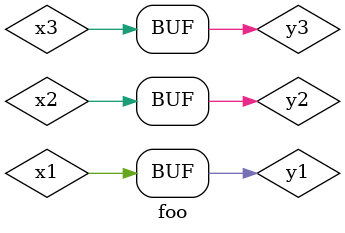
<source format=v>
module foo();
  assign x1 = y1;
  assign x2 = y2, x3 = y3;
endmodule

</source>
